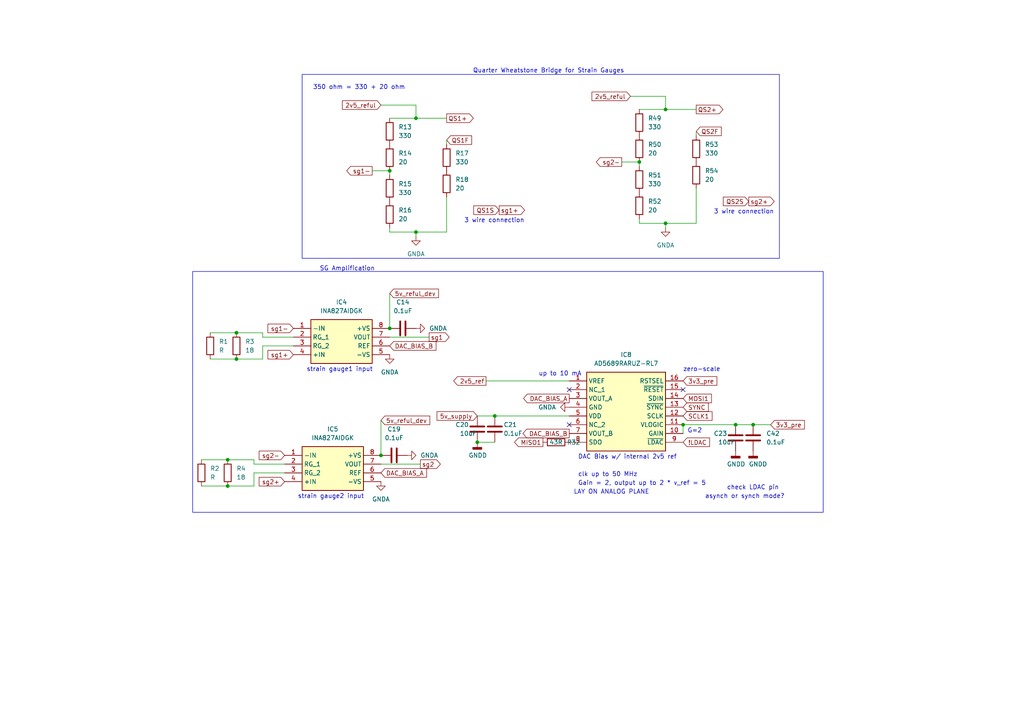
<source format=kicad_sch>
(kicad_sch (version 20231120) (generator "eeschema") (generator_version "8.0")
  (paper "A4")
  (lib_symbols
    (symbol "21xt_symbols:AD5689RARUZ-RL7"
      (property "Reference" "IC" (at 29.21 7.62 0))
      (property "Value" "AD5689RARUZ-RL7" (at 29.21 5.08 0))
      (symbol "AD5689RARUZ-RL7_1_1"
        (rectangle (start 5.08 2.54) (end 27.94 -20.32) (stroke (width 0.254)) (fill (type background)))
        (pin passive line (at 0 0 0) (length 5.08) (name "VREF") (number "1"))
        (pin passive line (at 33.02 -15.24 180) (length 5.08) (name "GAIN") (number "10"))
        (pin passive line (at 33.02 -12.7 180) (length 5.08) (name "VLOGIC") (number "11"))
        (pin passive line (at 33.02 -10.16 180) (length 5.08) (name "SCLK") (number "12"))
        (pin passive line (at 33.02 -7.62 180) (length 5.08) (name "~{SYNC}") (number "13"))
        (pin passive line (at 33.02 -5.08 180) (length 5.08) (name "SDIN") (number "14"))
        (pin passive line (at 33.02 -2.54 180) (length 5.08) (name "~{RESET}") (number "15"))
        (pin passive line (at 33.02 0 180) (length 5.08) (name "RSTSEL") (number "16"))
        (pin passive line (at 0 -2.54 0) (length 5.08) (name "NC_1") (number "2"))
        (pin passive line (at 0 -5.08 0) (length 5.08) (name "VOUT_A") (number "3"))
        (pin passive line (at 0 -7.62 0) (length 5.08) (name "GND") (number "4"))
        (pin passive line (at 0 -10.16 0) (length 5.08) (name "VDD") (number "5"))
        (pin passive line (at 0 -12.7 0) (length 5.08) (name "NC_2") (number "6"))
        (pin passive line (at 0 -15.24 0) (length 5.08) (name "VOUT_B") (number "7"))
        (pin passive line (at 0 -17.78 0) (length 5.08) (name "SDO") (number "8"))
        (pin passive line (at 33.02 -17.78 180) (length 5.08) (name "~{LDAC}") (number "9"))
      )
    )
    (symbol "21xt_symbols:INA827AIDGK"
      (property "Reference" "IC" (at 24.13 7.62 0))
      (property "Value" "INA827AIDGK" (at 24.13 5.08 0))
      (symbol "INA827AIDGK_1_1"
        (rectangle (start 5.08 2.54) (end 22.86 -10.16) (stroke (width 0.254)) (fill (type background)))
        (pin passive line (at 0 0 0) (length 5.08) (name "-IN") (number "1"))
        (pin passive line (at 0 -2.54 0) (length 5.08) (name "RG_1") (number "2"))
        (pin passive line (at 0 -5.08 0) (length 5.08) (name "RG_2") (number "3"))
        (pin passive line (at 0 -7.62 0) (length 5.08) (name "+IN") (number "4"))
        (pin passive line (at 27.94 -7.62 180) (length 5.08) (name "-VS") (number "5"))
        (pin passive line (at 27.94 -5.08 180) (length 5.08) (name "REF") (number "6"))
        (pin passive line (at 27.94 -2.54 180) (length 5.08) (name "VOUT") (number "7"))
        (pin passive line (at 27.94 0 180) (length 5.08) (name "+VS") (number "8"))
      )
    )
    (symbol "Device:C" (pin_numbers hide) (pin_names (offset 0.254))
      (property "Reference" "C" (at 0.635 2.54 0))
      (property "Value" "C" (at 0.635 -2.54 0))
      (symbol "C_0_1"
        (polyline (pts (xy -2.032 -0.762) (xy 2.032 -0.762)) (stroke (width 0.508)))
        (polyline (pts (xy -2.032 0.762) (xy 2.032 0.762)) (stroke (width 0.508)))
      )
      (symbol "C_1_1"
        (pin passive line (at 0 3.81 270) (length 2.794) (name "~") (number "1"))
        (pin passive line (at 0 -3.81 90) (length 2.794) (name "~") (number "2"))
      )
    )
    (symbol "Device:R" (pin_numbers hide) (pin_names (offset 0))
      (property "Reference" "R" (at 2.032 0 90))
      (property "Value" "R" (at 0 0 90))
      (symbol "R_0_1"
        (rectangle (start -1.016 -2.54) (end 1.016 2.54) (stroke (width 0.254)))
      )
      (symbol "R_1_1"
        (pin passive line (at 0 3.81 270) (length 1.27) (name "~") (number "1"))
        (pin passive line (at 0 -3.81 90) (length 1.27) (name "~") (number "2"))
      )
    )
    (symbol "power:GNDA" (power) (pin_names (offset 0))
      (property "Value" "GNDA" (at 0 -3.81 0))
      (symbol "GNDA_0_1"
        (polyline (pts (xy 0 0) (xy 0 -1.27) (xy 1.27 -1.27) (xy 0 -2.54) (xy -1.27 -1.27) (xy 0 -1.27)))
      )
      (symbol "GNDA_1_1"
        (pin power_in line (at 0 0 270) (length 0) hide (name "GNDA") (number "1"))
      )
    )
    (symbol "power:GNDD" (power) (pin_names (offset 0))
      (property "Value" "GNDD" (at 0 -3.175 0))
      (symbol "GNDD_0_1"
        (rectangle (start -1.27 -1.524) (end 1.27 -2.032) (stroke (width 0.254)) (fill (type outline)))
        (polyline (pts (xy 0 0) (xy 0 -1.524)))
      )
      (symbol "GNDD_1_1"
        (pin power_in line (at 0 0 270) (length 0) hide (name "GNDD") (number "1"))
      )
    )
  )
  (junction (at 120.65 34.29))
  (junction (at 193.04 31.75))
  (junction (at 66.04 140.97))
  (junction (at 218.44 123.19))
  (junction (at 213.36 123.19))
  (junction (at 113.03 49.53))
  (junction (at 110.49 132.08))
  (junction (at 138.43 128.27))
  (junction (at 68.58 96.52))
  (junction (at 120.65 67.31))
  (junction (at 193.04 64.77))
  (junction (at 68.58 104.14))
  (junction (at 113.03 95.25))
  (junction (at 143.51 120.65))
  (junction (at 185.42 46.99))
  (junction (at 198.12 123.19))
  (junction (at 66.04 133.35))
  (no_connect (at 165.1 123.19))
  (no_connect (at 165.1 113.03))
  (no_connect (at 198.12 113.03))
  (wire (pts (xy 193.04 64.77) (xy 193.04 66.04)))
  (wire (pts (xy 113.03 49.53) (xy 113.03 50.8)))
  (wire (pts (xy 58.42 140.97) (xy 66.04 140.97)))
  (wire (pts (xy 66.04 133.35) (xy 73.66 133.35)))
  (wire (pts (xy 60.96 104.14) (xy 68.58 104.14)))
  (wire (pts (xy 120.65 30.48) (xy 120.65 34.29)))
  (wire (pts (xy 129.54 57.15) (xy 129.54 67.31)))
  (wire (pts (xy 185.42 64.77) (xy 185.42 63.5)))
  (wire (pts (xy 213.36 123.19) (xy 218.44 123.19)))
  (wire (pts (xy 143.51 120.65) (xy 165.1 120.65)))
  (wire (pts (xy 73.66 137.16) (xy 73.66 140.97)))
  (wire (pts (xy 198.12 123.19) (xy 198.12 125.73)))
  (wire (pts (xy 198.12 123.19) (xy 213.36 123.19)))
  (wire (pts (xy 182.88 27.94) (xy 193.04 27.94)))
  (wire (pts (xy 138.43 128.27) (xy 143.51 128.27)))
  (wire (pts (xy 193.04 64.77) (xy 201.93 64.77)))
  (wire (pts (xy 113.03 34.29) (xy 120.65 34.29)))
  (wire (pts (xy 73.66 134.62) (xy 82.55 134.62)))
  (wire (pts (xy 120.65 67.31) (xy 120.65 68.58)))
  (wire (pts (xy 76.2 96.52) (xy 76.2 97.79)))
  (wire (pts (xy 82.55 137.16) (xy 73.66 137.16)))
  (wire (pts (xy 193.04 27.94) (xy 193.04 31.75)))
  (wire (pts (xy 185.42 46.99) (xy 185.42 48.26)))
  (wire (pts (xy 113.03 67.31) (xy 113.03 66.04)))
  (wire (pts (xy 180.34 46.99) (xy 185.42 46.99)))
  (wire (pts (xy 73.66 133.35) (xy 73.66 134.62)))
  (wire (pts (xy 140.97 110.49) (xy 165.1 110.49)))
  (wire (pts (xy 68.58 104.14) (xy 76.2 104.14)))
  (wire (pts (xy 76.2 97.79) (xy 85.09 97.79)))
  (wire (pts (xy 76.2 100.33) (xy 76.2 104.14)))
  (wire (pts (xy 185.42 64.77) (xy 193.04 64.77)))
  (wire (pts (xy 110.49 30.48) (xy 120.65 30.48)))
  (wire (pts (xy 66.04 140.97) (xy 73.66 140.97)))
  (wire (pts (xy 68.58 96.52) (xy 76.2 96.52)))
  (wire (pts (xy 107.95 49.53) (xy 113.03 49.53)))
  (wire (pts (xy 129.54 40.64) (xy 129.54 41.91)))
  (wire (pts (xy 201.93 38.1) (xy 201.93 39.37)))
  (wire (pts (xy 113.03 67.31) (xy 120.65 67.31)))
  (wire (pts (xy 138.43 120.65) (xy 143.51 120.65)))
  (wire (pts (xy 85.09 100.33) (xy 76.2 100.33)))
  (wire (pts (xy 113.03 97.79) (xy 124.46 97.79)))
  (wire (pts (xy 110.49 121.92) (xy 110.49 132.08)))
  (wire (pts (xy 58.42 133.35) (xy 66.04 133.35)))
  (wire (pts (xy 120.65 67.31) (xy 129.54 67.31)))
  (wire (pts (xy 110.49 134.62) (xy 121.92 134.62)))
  (wire (pts (xy 113.03 85.09) (xy 113.03 95.25)))
  (wire (pts (xy 60.96 96.52) (xy 68.58 96.52)))
  (wire (pts (xy 185.42 31.75) (xy 193.04 31.75)))
  (wire (pts (xy 193.04 31.75) (xy 201.93 31.75)))
  (wire (pts (xy 120.65 34.29) (xy 129.54 34.29)))
  (wire (pts (xy 218.44 123.19) (xy 223.52 123.19)))
  (wire (pts (xy 201.93 54.61) (xy 201.93 64.77)))
  (rectangle (start 87.63 21.59) (end 226.06 74.93))
  (rectangle (start 55.88 78.74) (end 238.76 148.59))
  (text "350 ohm = 330 + 20 ohm" (at 104.14 25.4 0) (effects (font (size 1.27 1.27))))
  (text "clk up to 50 MHz" (at 167.64 138.43 0) (effects (font (size 1.27 1.27)) (justify left bottom)))
  (text "check LDAC pin" (at 210.82 142.24 0) (effects (font (size 1.27 1.27)) (justify left bottom)))
  (text "LAY ON ANALOG PLANE" (at 166.37 143.51 0) (effects (font (size 1.27 1.27)) (justify left bottom)))
  (text "Gain = 2, output up to 2 * v_ref = 5" (at 167.64 140.97 0) (effects (font (size 1.27 1.27)) (justify left bottom)))
  (text "SG Amplification" (at 92.71 78.74 0) (effects (font (size 1.27 1.27)) (justify left bottom)))
  (text "strain gauge2 input" (at 86.36 144.78 0) (effects (font (size 1.27 1.27)) (justify left bottom)))
  (text "zero-scale" (at 198.12 107.95 0) (effects (font (size 1.27 1.27)) (justify left bottom)))
  (text "asynch or synch mode?" (at 204.47 144.78 0) (effects (font (size 1.27 1.27)) (justify left bottom)))
  (text "up to 10 mA" (at 156.21 109.22 0) (effects (font (size 1.27 1.27)) (justify left bottom)))
  (text "Quarter Wheatstone Bridge for Strain Gauges" (at 137.16 21.336 0) (effects (font (size 1.27 1.27)) (justify left bottom)))
  (text "DAC Bias w/ internal 2v5 ref" (at 167.64 133.35 0) (effects (font (size 1.27 1.27)) (justify left bottom)))
  (text "G=2" (at 199.39 125.73 0) (effects (font (size 1.27 1.27)) (justify left bottom)))
  (text "strain gauge1 input" (at 88.9 107.95 0) (effects (font (size 1.27 1.27)) (justify left bottom)))
  (text "3 wire connection" (at 134.62 64.77 0) (effects (font (size 1.27 1.27)) (justify left bottom)))
  (text "3 wire connection" (at 207.01 62.23 0) (effects (font (size 1.27 1.27)) (justify left bottom)))
  (global_label "sg1-" (shape input) (at 85.09 95.25 180) (property "Intersheetrefs" "${INTERSHEET_REFS}" (effects (hide yes))))
  (global_label "sg2-" (shape output) (at 180.34 46.99 180) (property "Intersheetrefs" "${INTERSHEET_REFS}" (effects (hide yes))))
  (global_label "sg2+" (shape output) (at 217.17 58.42 0) (property "Intersheetrefs" "${INTERSHEET_REFS}" (effects (hide yes))))
  (global_label "SYNC" (shape input) (at 198.12 118.11 0) (property "Intersheetrefs" "${INTERSHEET_REFS}" (effects (hide yes))))
  (global_label "sg1" (shape output) (at 124.46 97.79 0) (property "Intersheetrefs" "${INTERSHEET_REFS}" (effects (hide yes))))
  (global_label "!LDAC" (shape input) (at 198.12 128.27 0) (property "Intersheetrefs" "${INTERSHEET_REFS}" (effects (hide yes))))
  (global_label "sg1-" (shape output) (at 107.95 49.53 180) (property "Intersheetrefs" "${INTERSHEET_REFS}" (effects (hide yes))))
  (global_label "sg2+" (shape input) (at 82.55 139.7 180) (property "Intersheetrefs" "${INTERSHEET_REFS}" (effects (hide yes))))
  (global_label "MISO1" (shape output) (at 157.48 128.27 180) (property "Intersheetrefs" "${INTERSHEET_REFS}" (effects (hide yes))))
  (global_label "QS2S" (shape input) (at 217.17 58.42 180) (property "Intersheetrefs" "${INTERSHEET_REFS}" (effects (hide yes))))
  (global_label "3v3_pre" (shape input) (at 198.12 110.49 0) (property "Intersheetrefs" "${INTERSHEET_REFS}" (effects (hide yes))))
  (global_label "DAC_BIAS_B" (shape input) (at 113.03 100.33 0) (property "Intersheetrefs" "${INTERSHEET_REFS}" (effects (hide yes))))
  (global_label "5v_supply" (shape input) (at 138.43 120.65 180) (property "Intersheetrefs" "${INTERSHEET_REFS}" (effects (hide yes))))
  (global_label "QS1+" (shape output) (at 129.54 34.29 0) (property "Intersheetrefs" "${INTERSHEET_REFS}" (effects (hide yes))))
  (global_label "3v3_pre" (shape input) (at 223.52 123.19 0) (property "Intersheetrefs" "${INTERSHEET_REFS}" (effects (hide yes))))
  (global_label "sg2-" (shape input) (at 82.55 132.08 180) (property "Intersheetrefs" "${INTERSHEET_REFS}" (effects (hide yes))))
  (global_label "5v_reful_dev" (shape input) (at 110.49 121.92 0) (property "Intersheetrefs" "${INTERSHEET_REFS}" (effects (hide yes))))
  (global_label "sg1+" (shape input) (at 85.09 102.87 180) (property "Intersheetrefs" "${INTERSHEET_REFS}" (effects (hide yes))))
  (global_label "2v5_reful" (shape input) (at 110.49 30.48 180) (property "Intersheetrefs" "${INTERSHEET_REFS}" (effects (hide yes))))
  (global_label "QS2+" (shape output) (at 201.93 31.75 0) (property "Intersheetrefs" "${INTERSHEET_REFS}" (effects (hide yes))))
  (global_label "2v5_ref" (shape output) (at 140.97 110.49 180) (property "Intersheetrefs" "${INTERSHEET_REFS}" (effects (hide yes))))
  (global_label "DAC_BIAS_B" (shape output) (at 165.1 125.73 180) (property "Intersheetrefs" "${INTERSHEET_REFS}" (effects (hide yes))))
  (global_label "sg1+" (shape output) (at 144.78 60.96 0) (property "Intersheetrefs" "${INTERSHEET_REFS}" (effects (hide yes))))
  (global_label "QS1S" (shape input) (at 144.78 60.96 180) (property "Intersheetrefs" "${INTERSHEET_REFS}" (effects (hide yes))))
  (global_label "SCLK1" (shape input) (at 198.12 120.65 0) (property "Intersheetrefs" "${INTERSHEET_REFS}" (effects (hide yes))))
  (global_label "QS2F" (shape input) (at 201.93 38.1 0) (property "Intersheetrefs" "${INTERSHEET_REFS}" (effects (hide yes))))
  (global_label "QS1F" (shape input) (at 129.54 40.64 0) (property "Intersheetrefs" "${INTERSHEET_REFS}" (effects (hide yes))))
  (global_label "sg2" (shape output) (at 121.92 134.62 0) (property "Intersheetrefs" "${INTERSHEET_REFS}" (effects (hide yes))))
  (global_label "5v_reful_dev" (shape input) (at 113.03 85.09 0) (property "Intersheetrefs" "${INTERSHEET_REFS}" (effects (hide yes))))
  (global_label "MOSI1" (shape input) (at 198.12 115.57 0) (property "Intersheetrefs" "${INTERSHEET_REFS}" (effects (hide yes))))
  (global_label "2v5_reful" (shape input) (at 182.88 27.94 180) (property "Intersheetrefs" "${INTERSHEET_REFS}" (effects (hide yes))))
  (global_label "DAC_BIAS_A" (shape input) (at 110.49 137.16 0) (property "Intersheetrefs" "${INTERSHEET_REFS}" (effects (hide yes))))
  (global_label "DAC_BIAS_A" (shape output) (at 165.1 115.57 180) (property "Intersheetrefs" "${INTERSHEET_REFS}" (effects (hide yes))))
  (symbol (lib_id "Device:R") (at 113.03 62.23 0) (unit 1)
    (property "Reference" "R16" (at 115.57 60.9599 0) (effects (justify left)))
    (property "Value" "20" (at 115.57 63.4999 0) (effects (justify left)))
    (property "Footprint" "Resistor_SMD:R_0402_1005Metric" (effects (hide yes)))
  )
  (symbol (lib_id "Device:R") (at 58.42 137.16 0) (unit 1)
    (property "Reference" "R2" (at 60.96 135.8899 0) (effects (justify left)))
    (property "Value" "R" (at 60.96 138.4299 0) (effects (justify left)))
    (property "Footprint" "Resistor_SMD:R_0402_1005Metric" (effects (hide yes)))
  )
  (symbol (lib_id "power:GNDD") (at 138.43 128.27 0) (unit 1)
    (property "Reference" "#PWR031" (effects (hide yes)))
    (property "Value" "GNDD" (at 135.89 132.08 0) (effects (justify left)))
  )
  (symbol (lib_id "power:GNDA") (at 118.11 132.08 90) (unit 1)
    (property "Reference" "#PWR028" (effects (hide yes)))
    (property "Value" "GNDA" (at 121.92 132.08 90) (effects (justify right)))
  )
  (symbol (lib_id "Device:R") (at 161.29 128.27 90) (unit 1)
    (property "Reference" "R32" (at 166.37 128.27 90))
    (property "Value" "43R" (at 161.29 128.27 90))
    (property "Footprint" "Resistor_SMD:R_0402_1005Metric" (effects (hide yes)))
  )
  (symbol (lib_id "21xt_symbols:INA827AIDGK") (at 82.55 132.08 0) (unit 1)
    (property "Reference" "IC5" (at 96.52 124.46 0))
    (property "Value" "INA827AIDGK" (at 96.52 127 0))
    (property "Footprint" "21xt_footprints:SOP65P490X110-8N" (effects (hide yes)))
    (property "Datasheet" "http://www.ti.com/lit/ds/symlink/ina827.pdf" (effects (hide yes)))
    (property "Description" "Texas Instruments INA827AIDGK Instrumentation Amplifier, 150uV Offset 600kHz GBW, CMMR 88dB, 2.7  36 V, 8-Pin" (effects (hide yes)))
    (property "Height" "1.1" (effects (hide yes)))
    (property "Mouser Part Number" "595-INA827AIDGK" (effects (hide yes)))
    (property "Mouser Price/Stock" "https://www.mouser.co.uk/ProductDetail/Texas-Instruments/INA827AIDGK?qs=4whTb%2F0XQMjCMY8OfLWUhA%3D%3D" (effects (hide yes)))
    (property "Manufacturer_Name" "Texas Instruments" (effects (hide yes)))
    (property "Manufacturer_Part_Number" "INA827AIDGK" (effects (hide yes)))
  )
  (symbol (lib_id "Device:R") (at 201.93 43.18 0) (unit 1)
    (property "Reference" "R53" (at 204.47 41.9099 0) (effects (justify left)))
    (property "Value" "330" (at 204.47 44.4499 0) (effects (justify left)))
    (property "Footprint" "Resistor_SMD:R_0402_1005Metric" (effects (hide yes)))
  )
  (symbol (lib_id "Device:R") (at 66.04 137.16 0) (unit 1)
    (property "Reference" "R4" (at 68.58 135.8899 0) (effects (justify left)))
    (property "Value" "18" (at 68.58 138.4299 0) (effects (justify left)))
    (property "Footprint" "Resistor_SMD:R_0402_1005Metric" (effects (hide yes)))
  )
  (symbol (lib_id "Device:R") (at 129.54 53.34 0) (unit 1)
    (property "Reference" "R18" (at 132.08 52.0699 0) (effects (justify left)))
    (property "Value" "20" (at 132.08 54.6099 0) (effects (justify left)))
    (property "Footprint" "Resistor_SMD:R_0402_1005Metric" (effects (hide yes)))
  )
  (symbol (lib_id "Device:C") (at 138.43 124.46 0) (unit 1)
    (property "Reference" "C20" (at 132.08 123.19 0) (effects (justify left)))
    (property "Value" "10uF" (at 133.35 125.73 0) (effects (justify left)))
    (property "Footprint" "Capacitor_SMD:C_0603_1608Metric" (effects (hide yes)))
  )
  (symbol (lib_id "power:GNDA") (at 113.03 102.87 0) (unit 1)
    (property "Reference" "#PWR019" (effects (hide yes)))
    (property "Value" "GNDA" (at 113.03 107.95 0))
  )
  (symbol (lib_id "power:GNDA") (at 193.04 66.04 0) (unit 1)
    (property "Reference" "#PWR099" (effects (hide yes)))
    (property "Value" "GNDA" (at 193.04 71.12 0))
  )
  (symbol (lib_id "Device:C") (at 116.84 95.25 90) (unit 1)
    (property "Reference" "C14" (at 116.84 87.63 90))
    (property "Value" "0.1uF" (at 116.84 90.17 90))
    (property "Footprint" "Capacitor_SMD:C_0402_1005Metric" (effects (hide yes)))
  )
  (symbol (lib_id "Device:R") (at 113.03 38.1 0) (unit 1)
    (property "Reference" "R13" (at 115.57 36.8299 0) (effects (justify left)))
    (property "Value" "330" (at 115.57 39.3699 0) (effects (justify left)))
    (property "Footprint" "Resistor_SMD:R_0402_1005Metric" (effects (hide yes)))
  )
  (symbol (lib_id "power:GNDA") (at 110.49 139.7 0) (unit 1)
    (property "Reference" "#PWR022" (effects (hide yes)))
    (property "Value" "GNDA" (at 110.49 144.78 0))
  )
  (symbol (lib_id "power:GNDA") (at 165.1 118.11 270) (unit 1)
    (property "Reference" "#PWR032" (effects (hide yes)))
    (property "Value" "GNDA" (at 161.29 118.11 90) (effects (justify right)))
  )
  (symbol (lib_id "Device:R") (at 185.42 59.69 0) (unit 1)
    (property "Reference" "R52" (at 187.96 58.4199 0) (effects (justify left)))
    (property "Value" "20" (at 187.96 60.9599 0) (effects (justify left)))
    (property "Footprint" "Resistor_SMD:R_0402_1005Metric" (effects (hide yes)))
  )
  (symbol (lib_id "Device:C") (at 213.36 127 0) (unit 1)
    (property "Reference" "C23" (at 207.01 125.73 0) (effects (justify left)))
    (property "Value" "10uF" (at 208.28 128.27 0) (effects (justify left)))
    (property "Footprint" "Capacitor_SMD:C_0603_1608Metric" (effects (hide yes)))
  )
  (symbol (lib_id "Device:R") (at 201.93 50.8 0) (unit 1)
    (property "Reference" "R54" (at 204.47 49.5299 0) (effects (justify left)))
    (property "Value" "20" (at 204.47 52.0699 0) (effects (justify left)))
    (property "Footprint" "Resistor_SMD:R_0402_1005Metric" (effects (hide yes)))
  )
  (symbol (lib_id "Device:C") (at 218.44 127 0) (unit 1)
    (property "Reference" "C42" (at 222.25 125.73 0) (effects (justify left)))
    (property "Value" "0.1uF" (at 222.25 128.27 0) (effects (justify left)))
    (property "Footprint" "Capacitor_SMD:C_0402_1005Metric" (effects (hide yes)))
  )
  (symbol (lib_id "power:GNDA") (at 120.65 68.58 0) (unit 1)
    (property "Reference" "#PWR023" (effects (hide yes)))
    (property "Value" "GNDA" (at 120.65 73.66 0))
  )
  (symbol (lib_id "Device:R") (at 60.96 100.33 0) (unit 1)
    (property "Reference" "R1" (at 63.5 99.0599 0) (effects (justify left)))
    (property "Value" "R" (at 63.5 101.5999 0) (effects (justify left)))
    (property "Footprint" "Resistor_SMD:R_0402_1005Metric" (effects (hide yes)))
  )
  (symbol (lib_id "Device:R") (at 113.03 45.72 0) (unit 1)
    (property "Reference" "R14" (at 115.57 44.4499 0) (effects (justify left)))
    (property "Value" "20" (at 115.57 46.9899 0) (effects (justify left)))
    (property "Footprint" "Resistor_SMD:R_0402_1005Metric" (effects (hide yes)))
  )
  (symbol (lib_id "power:GNDD") (at 213.36 130.81 0) (unit 1)
    (property "Reference" "#PWR060" (effects (hide yes)))
    (property "Value" "GNDD" (at 210.82 134.62 0) (effects (justify left)))
  )
  (symbol (lib_id "Device:R") (at 185.42 35.56 0) (unit 1)
    (property "Reference" "R49" (at 187.96 34.2899 0) (effects (justify left)))
    (property "Value" "330" (at 187.96 36.8299 0) (effects (justify left)))
    (property "Footprint" "Resistor_SMD:R_0402_1005Metric" (effects (hide yes)))
  )
  (symbol (lib_id "Device:C") (at 143.51 124.46 0) (unit 1)
    (property "Reference" "C21" (at 146.05 123.19 0) (effects (justify left)))
    (property "Value" "0.1uF" (at 146.05 125.73 0) (effects (justify left)))
    (property "Footprint" "Capacitor_SMD:C_0402_1005Metric" (effects (hide yes)))
  )
  (symbol (lib_id "power:GNDD") (at 218.44 130.81 0) (unit 1)
    (property "Reference" "#PWR068" (effects (hide yes)))
    (property "Value" "GNDD" (at 217.17 134.62 0) (effects (justify left)))
  )
  (symbol (lib_id "21xt_symbols:AD5689RARUZ-RL7") (at 165.1 110.49 0) (unit 1)
    (property "Reference" "IC8" (at 181.61 102.87 0))
    (property "Value" "AD5689RARUZ-RL7" (at 181.61 105.41 0))
    (property "Footprint" "21xt_footprints:SOP65P640X120-16N" (effects (hide yes)))
    (property "Datasheet" "https://www.analog.com/media/en/technical-documentation/data-sheets/AD5689R_5687R.pdf" (effects (hide yes)))
    (property "Height" "1.2" (effects (hide yes)))
    (property "Mouser Part Number" "584-AD5689RARUZ-R7" (effects (hide yes)))
    (property "Mouser Price/Stock" "https://www.mouser.co.uk/ProductDetail/Analog-Devices/AD5689RARUZ-RL7?qs=NmRFExCfTkGWKmPGJDmQBg%3D%3D" (effects (hide yes)))
    (property "Manufacturer_Name" "Analog Devices" (effects (hide yes)))
    (property "Manufacturer_Part_Number" "AD5689RARUZ-RL7" (effects (hide yes)))
  )
  (symbol (lib_id "Device:R") (at 68.58 100.33 0) (unit 1)
    (property "Reference" "R3" (at 71.12 99.0599 0) (effects (justify left)))
    (property "Value" "18" (at 71.12 101.5999 0) (effects (justify left)))
    (property "Footprint" "Resistor_SMD:R_0402_1005Metric" (effects (hide yes)))
  )
  (symbol (lib_id "Device:R") (at 113.03 54.61 0) (unit 1)
    (property "Reference" "R15" (at 115.57 53.3399 0) (effects (justify left)))
    (property "Value" "330" (at 115.57 55.8799 0) (effects (justify left)))
    (property "Footprint" "Resistor_SMD:R_0402_1005Metric" (effects (hide yes)))
  )
  (symbol (lib_id "Device:C") (at 114.3 132.08 90) (unit 1)
    (property "Reference" "C19" (at 114.3 124.46 90))
    (property "Value" "0.1uF" (at 114.3 127 90))
    (property "Footprint" "Capacitor_SMD:C_0402_1005Metric" (effects (hide yes)))
  )
  (symbol (lib_id "Device:R") (at 185.42 52.07 0) (unit 1)
    (property "Reference" "R51" (at 187.96 50.7999 0) (effects (justify left)))
    (property "Value" "330" (at 187.96 53.3399 0) (effects (justify left)))
    (property "Footprint" "Resistor_SMD:R_0402_1005Metric" (effects (hide yes)))
  )
  (symbol (lib_id "21xt_symbols:INA827AIDGK") (at 85.09 95.25 0) (unit 1)
    (property "Reference" "IC4" (at 99.06 87.63 0))
    (property "Value" "INA827AIDGK" (at 99.06 90.17 0))
    (property "Footprint" "21xt_footprints:SOP65P490X110-8N" (effects (hide yes)))
    (property "Datasheet" "http://www.ti.com/lit/ds/symlink/ina827.pdf" (effects (hide yes)))
    (property "Description" "Texas Instruments INA827AIDGK Instrumentation Amplifier, 150uV Offset 600kHz GBW, CMMR 88dB, 2.7  36 V, 8-Pin" (effects (hide yes)))
    (property "Height" "1.1" (effects (hide yes)))
    (property "Mouser Part Number" "595-INA827AIDGK" (effects (hide yes)))
    (property "Mouser Price/Stock" "https://www.mouser.co.uk/ProductDetail/Texas-Instruments/INA827AIDGK?qs=4whTb%2F0XQMjCMY8OfLWUhA%3D%3D" (effects (hide yes)))
    (property "Manufacturer_Name" "Texas Instruments" (effects (hide yes)))
    (property "Manufacturer_Part_Number" "INA827AIDGK" (effects (hide yes)))
  )
  (symbol (lib_id "power:GNDA") (at 120.65 95.25 90) (unit 1)
    (property "Reference" "#PWR025" (effects (hide yes)))
    (property "Value" "GNDA" (at 124.46 95.25 90) (effects (justify right)))
  )
  (symbol (lib_id "Device:R") (at 129.54 45.72 0) (unit 1)
    (property "Reference" "R17" (at 132.08 44.4499 0) (effects (justify left)))
    (property "Value" "330" (at 132.08 46.9899 0) (effects (justify left)))
    (property "Footprint" "Resistor_SMD:R_0402_1005Metric" (effects (hide yes)))
  )
  (symbol (lib_id "Device:R") (at 185.42 43.18 0) (unit 1)
    (property "Reference" "R50" (at 187.96 41.9099 0) (effects (justify left)))
    (property "Value" "20" (at 187.96 44.4499 0) (effects (justify left)))
    (property "Footprint" "Resistor_SMD:R_0402_1005Metric" (effects (hide yes)))
  )
)
</source>
